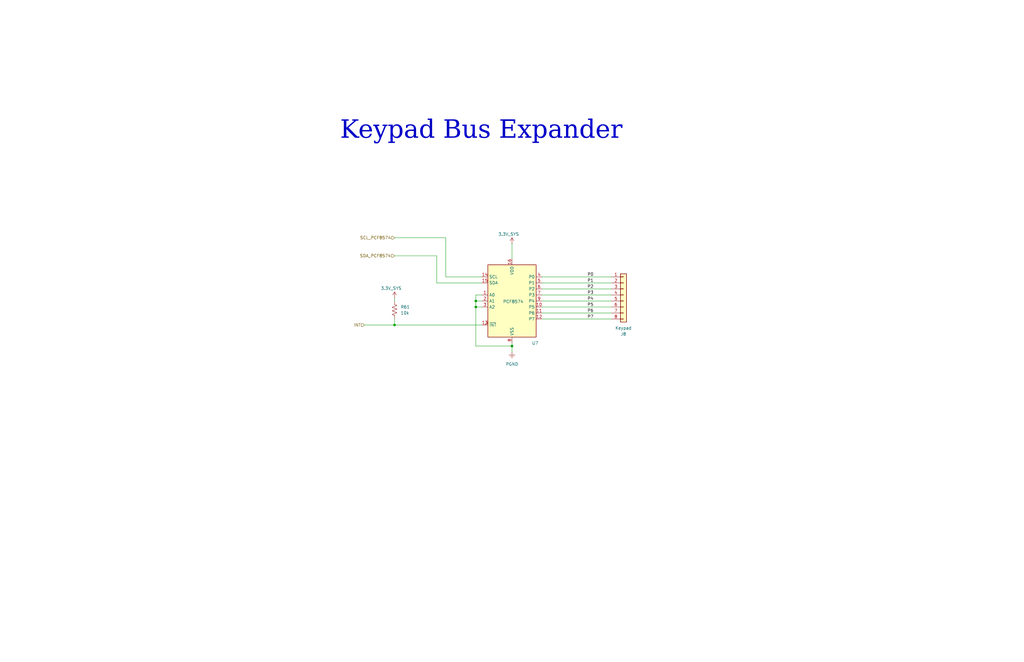
<source format=kicad_sch>
(kicad_sch (version 20231120) (generator "eeschema") (generator_version "8.0")
  (paper "B")
  (title_block (title "SCAN") (date "2025-01-30") (rev "v1.1") (company "Senior Design Group 35"))
  (lib_symbols
    (symbol "Connector_Generic:Conn_01x08" (pin_names (offset 1.016) hide)
      (property "Reference" "J" (at 0 10.16 0))
      (property "Value" "Conn_01x08" (at 0 -12.7 0))
      (symbol "Conn_01x08_1_1"
        (rectangle (start -1.27 -10.033) (end 0 -10.287) (stroke (width 0.1524)))
        (rectangle (start -1.27 -7.493) (end 0 -7.747) (stroke (width 0.1524)))
        (rectangle (start -1.27 -4.953) (end 0 -5.207) (stroke (width 0.1524)))
        (rectangle (start -1.27 -2.413) (end 0 -2.667) (stroke (width 0.1524)))
        (rectangle (start -1.27 0.127) (end 0 -0.127) (stroke (width 0.1524)))
        (rectangle (start -1.27 2.667) (end 0 2.413) (stroke (width 0.1524)))
        (rectangle (start -1.27 5.207) (end 0 4.953) (stroke (width 0.1524)))
        (rectangle (start -1.27 7.747) (end 0 7.493) (stroke (width 0.1524)))
        (rectangle (start -1.27 8.89) (end 1.27 -11.43) (stroke (width 0.254)) (fill (type background)))
        (pin passive line (at -5.08 7.62 0) (length 3.81) (name "Pin_1") (number "1"))
        (pin passive line (at -5.08 5.08 0) (length 3.81) (name "Pin_2") (number "2"))
        (pin passive line (at -5.08 2.54 0) (length 3.81) (name "Pin_3") (number "3"))
        (pin passive line (at -5.08 0 0) (length 3.81) (name "Pin_4") (number "4"))
        (pin passive line (at -5.08 -2.54 0) (length 3.81) (name "Pin_5") (number "5"))
        (pin passive line (at -5.08 -5.08 0) (length 3.81) (name "Pin_6") (number "6"))
        (pin passive line (at -5.08 -7.62 0) (length 3.81) (name "Pin_7") (number "7"))
        (pin passive line (at -5.08 -10.16 0) (length 3.81) (name "Pin_8") (number "8"))
      )
    )
    (symbol "Device:R_US" (pin_numbers hide) (pin_names (offset 0))
      (property "Reference" "R" (at 2.54 0 90))
      (property "Value" "R_US" (at -2.54 0 90))
      (symbol "R_US_0_1"
        (polyline (pts (xy 0 -2.286) (xy 0 -2.54)))
        (polyline (pts (xy 0 2.286) (xy 0 2.54)))
        (polyline (pts (xy 0 -0.762) (xy 1.016 -1.143) (xy 0 -1.524) (xy -1.016 -1.905) (xy 0 -2.286)))
        (polyline (pts (xy 0 0.762) (xy 1.016 0.381) (xy 0 0) (xy -1.016 -0.381) (xy 0 -0.762)))
        (polyline (pts (xy 0 2.286) (xy 1.016 1.905) (xy 0 1.524) (xy -1.016 1.143) (xy 0 0.762)))
      )
      (symbol "R_US_1_1"
        (pin passive line (at 0 3.81 270) (length 1.27) (name "~") (number "1"))
        (pin passive line (at 0 -3.81 90) (length 1.27) (name "~") (number "2"))
      )
    )
    (symbol "Interface_Expansion:PCF8574"
      (property "Reference" "U" (at -8.89 16.51 0))
      (property "Value" "PCF8574" (at 2.54 16.51 0))
      (symbol "PCF8574_0_1"
        (rectangle (start -10.16 15.24) (end 10.16 -15.24) (stroke (width 0.254)) (fill (type background)))
      )
      (symbol "PCF8574_1_1"
        (pin input line (at -12.7 2.54 0) (length 2.54) (name "A0") (number "1"))
        (pin bidirectional line (at 12.7 -2.54 180) (length 2.54) (name "P5") (number "10"))
        (pin bidirectional line (at 12.7 -5.08 180) (length 2.54) (name "P6") (number "11"))
        (pin bidirectional line (at 12.7 -7.62 180) (length 2.54) (name "P7") (number "12"))
        (pin open_collector output_low (at -12.7 -10.16 0) (length 2.54) (name "~{INT}") (number "13"))
        (pin input line (at -12.7 10.16 0) (length 2.54) (name "SCL") (number "14"))
        (pin bidirectional line (at -12.7 7.62 0) (length 2.54) (name "SDA") (number "15"))
        (pin power_in line (at 0 17.78 270) (length 2.54) (name "VDD") (number "16"))
        (pin input line (at -12.7 0 0) (length 2.54) (name "A1") (number "2"))
        (pin input line (at -12.7 -2.54 0) (length 2.54) (name "A2") (number "3"))
        (pin bidirectional line (at 12.7 10.16 180) (length 2.54) (name "P0") (number "4"))
        (pin bidirectional line (at 12.7 7.62 180) (length 2.54) (name "P1") (number "5"))
        (pin bidirectional line (at 12.7 5.08 180) (length 2.54) (name "P2") (number "6"))
        (pin bidirectional line (at 12.7 2.54 180) (length 2.54) (name "P3") (number "7"))
        (pin power_in line (at 0 -17.78 90) (length 2.54) (name "VSS") (number "8"))
        (pin bidirectional line (at 12.7 0 180) (length 2.54) (name "P4") (number "9"))
      )
    )
    (symbol "power:+3.3V" (power) (pin_numbers hide) (pin_names (offset 0) hide)
      (property "Value" "+3.3V" (at 0 3.556 0))
      (symbol "+3.3V_0_1"
        (polyline (pts (xy -0.762 1.27) (xy 0 2.54)))
        (polyline (pts (xy 0 0) (xy 0 2.54)))
        (polyline (pts (xy 0 2.54) (xy 0.762 1.27)))
      )
      (symbol "+3.3V_1_1"
        (pin power_in line (at 0 0 90) (length 0) (name "~") (number "1"))
      )
    )
    (symbol "power:GNDREF" (power) (pin_numbers hide) (pin_names (offset 0) hide)
      (property "Value" "GNDREF" (at 0 -3.81 0))
      (symbol "GNDREF_0_1"
        (polyline (pts (xy -0.635 -1.905) (xy 0.635 -1.905)))
        (polyline (pts (xy -0.127 -2.54) (xy 0.127 -2.54)))
        (polyline (pts (xy 0 -1.27) (xy 0 0)))
        (polyline (pts (xy 1.27 -1.27) (xy -1.27 -1.27)))
      )
      (symbol "GNDREF_1_1"
        (pin power_in line (at 0 0 270) (length 0) (name "~") (number "1"))
      )
    )
  )
  (junction (at 215.9 146.05))
  (junction (at 166.37 137.16))
  (junction (at 200.66 129.54))
  (junction (at 200.66 127))
  (wire (pts (xy 228.6 127) (xy 257.81 127)))
  (wire (pts (xy 228.6 129.54) (xy 257.81 129.54)))
  (wire (pts (xy 215.9 102.87) (xy 215.9 109.22)))
  (wire (pts (xy 166.37 107.95) (xy 184.15 107.95)))
  (wire (pts (xy 166.37 137.16) (xy 166.37 134.62)))
  (wire (pts (xy 200.66 127) (xy 203.2 127)))
  (wire (pts (xy 215.9 148.59) (xy 215.9 146.05)))
  (wire (pts (xy 215.9 146.05) (xy 215.9 144.78)))
  (wire (pts (xy 153.67 137.16) (xy 166.37 137.16)))
  (wire (pts (xy 257.81 119.38) (xy 228.6 119.38)))
  (wire (pts (xy 257.81 124.46) (xy 228.6 124.46)))
  (wire (pts (xy 200.66 146.05) (xy 215.9 146.05)))
  (wire (pts (xy 166.37 125.73) (xy 166.37 127)))
  (wire (pts (xy 184.15 119.38) (xy 203.2 119.38)))
  (wire (pts (xy 257.81 121.92) (xy 228.6 121.92)))
  (wire (pts (xy 200.66 124.46) (xy 200.66 127)))
  (wire (pts (xy 257.81 116.84) (xy 228.6 116.84)))
  (wire (pts (xy 200.66 129.54) (xy 200.66 146.05)))
  (wire (pts (xy 200.66 124.46) (xy 203.2 124.46)))
  (wire (pts (xy 187.96 100.33) (xy 187.96 116.84)))
  (wire (pts (xy 200.66 129.54) (xy 203.2 129.54)))
  (wire (pts (xy 228.6 132.08) (xy 257.81 132.08)))
  (wire (pts (xy 187.96 116.84) (xy 203.2 116.84)))
  (wire (pts (xy 228.6 134.62) (xy 257.81 134.62)))
  (wire (pts (xy 166.37 100.33) (xy 187.96 100.33)))
  (wire (pts (xy 200.66 127) (xy 200.66 129.54)))
  (wire (pts (xy 166.37 137.16) (xy 203.2 137.16)))
  (wire (pts (xy 184.15 107.95) (xy 184.15 119.38)))
  (rectangle (start 187.96 101.6) (end 187.96 101.6))
  (text "Keypad Bus Expander" (at 202.946 57.15 0) (effects (font (size 7.62 7.62) (thickness 0.9525))))
  (label "P3" (at 247.65 124.46 0))
  (label "P7" (at 247.65 134.62 0))
  (label "P1" (at 247.65 119.38 0))
  (label "P4" (at 247.65 127 0))
  (label "P2" (at 247.65 121.92 0))
  (label "P5" (at 247.65 129.54 0))
  (label "P6" (at 247.65 132.08 0))
  (label "P0" (at 247.65 116.84 0))
  (hierarchical_label "INT" (shape input) (at 153.67 137.16 180))
  (hierarchical_label "SCL_PCF8574" (shape input) (at 166.37 100.33 180))
  (hierarchical_label "SDA_PCF8574" (shape input) (at 166.37 107.95 180))
  (symbol (lib_id "Interface_Expansion:PCF8574") (at 215.9 127 0) (unit 1)
    (property "Reference" "U7" (at 224.282 144.78 0) (effects (justify left)))
    (property "Value" "PCF8574" (at 212.09 127.254 0) (effects (justify left)))
    (property "Footprint" "SCAN_footprints:DIP794W45P254L1969H508Q16" (effects (hide yes)))
    (property "Datasheet" "http://www.nxp.com/docs/en/data-sheet/PCF8574_PCF8574A.pdf" (effects (hide yes)))
    (property "Description" "8 Bit Port/Expander to I2C Bus, DIP/SOIC-16" (effects (hide yes)))
  )
  (symbol (lib_id "Connector_Generic:Conn_01x08") (at 262.89 124.46 0) (unit 1)
    (property "Reference" "J8" (at 262.89 140.97 0))
    (property "Value" "Keypad" (at 262.89 138.43 0))
    (property "Footprint" "Connector_PinHeader_2.54mm:PinHeader_1x08_P2.54mm_Horizontal" (effects (hide yes)))
    (property "Description" "Generic connector, single row, 01x08, script generated (kicad-library-utils/schlib/autogen/connector/)" (effects (hide yes)))
  )
  (symbol (lib_id "power:GNDREF") (at 215.9 148.59 0) (unit 1)
    (property "Reference" "#PWR089" (effects (hide yes)))
    (property "Value" "PGND" (at 215.9 153.67 0))
    (property "Description" "Power symbol creates a global label with name \"GNDREF\" , reference supply ground" (effects (hide yes)))
  )
  (symbol (lib_id "Device:R_US") (at 166.37 130.81 0) (unit 1)
    (property "Reference" "R61" (at 168.91 129.5399 0) (effects (justify left)))
    (property "Value" "10k" (at 168.91 132.0799 0) (effects (justify left)))
    (property "Footprint" "Resistor_SMD:R_0805_2012Metric" (effects (hide yes)))
    (property "Description" "Resistor, US symbol" (effects (hide yes)))
  )
  (symbol (lib_id "power:+3.3V") (at 166.37 125.73 0) (unit 1)
    (property "Reference" "#PWR087" (effects (hide yes)))
    (property "Value" "3.3V_SYS" (at 160.528 121.666 0) (effects (justify left)))
    (property "Description" "Power symbol creates a global label with name \"+3.3V\"" (effects (hide yes)))
  )
  (symbol (lib_id "power:+3.3V") (at 215.9 102.87 0) (unit 1)
    (property "Reference" "#PWR088" (effects (hide yes)))
    (property "Value" "3.3V_SYS" (at 210.058 98.806 0) (effects (justify left)))
    (property "Description" "Power symbol creates a global label with name \"+3.3V\"" (effects (hide yes)))
  )
)
</source>
